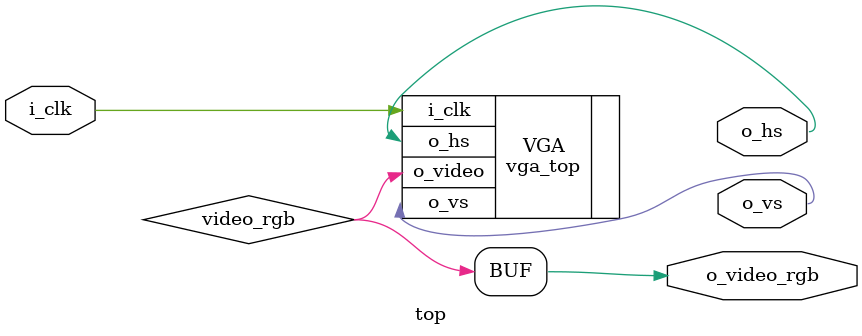
<source format=v>

`include "vga_config.vh"

module top 
(
    input wire i_clk,
	 output wire o_video_rgb,
//	 output wire o_video_r,
//	 output wire o_video_g,
//	 output wire o_video_b,
	 output wire o_vs,
	 output wire o_hs
//     ,
	 
//	 input wire i_spi_mosi,              // EXTERNAL i/o interface SPI for DM
//	 input wire i_spi_cs,
//	 input wire i_spi_sck,
//	 output wire o_spi_miso
);


//wire i_clk;

wire [7:0] cmd;           // command
wire [11:0] cursor_adr;      // adr cursor
wire [7:0] spi_to_vga;    // data to controller
wire [7:0] wr_to_vga;     // data to controller
wire [7:0] vga_to_spi;    // data from controller
wire cs_h;                // chip select
wire rl_wh;               // read - write
wire ready_h;             // controler status
wire video_rgb;

//-----------------------------------------------------------------------------
// Most SPI to VGA
//-----------------------------------------------------------------------------
/*
spi_contr SPI_TO_VGA
(
    .i_clk         ( i_clk      ),
	.o_vga_cmd     ( cmd        ),    // command 
	.o_vga_cur_adr ( cursor_adr ),    // set adr cursor
	.o_vga_port    ( spi_to_vga ),    // output port data
	.i_vga_port    ( vga_to_spi ),    // input port data
	.o_vga_cs_h    ( cs_h       ),    // chip select, for I/O port*
	.o_vga_rl_wh   ( rl_wh      ),    // if =0 then RE, if =1 then WE.
	.i_vga_ready_h ( ready_h    ),    // controler gotov
	 
	.i_spi_mosi    ( i_spi_mosi ),    // EXTERNAL i/o interface SPI
	.i_spi_cs      ( i_spi_cs   ),
	.i_spi_sck     ( i_spi_sck  ),
	.o_spi_miso    ( o_spi_miso )
);
*/

`ifdef VGA_CMD_PORT
cur_wr_char WR_CHAR 
(
    .i_clk        ( i_clk      ),
	.o_cmd        ( cmd        ),
	.o_cursor_adr ( cursor_adr ),
	.o_port       ( wr_to_vga  ),
	.o_cs_h       ( cs_h       ),
	.o_rl_wh      ( rl_wh      ),
	.i_ready_h    ( ready_h    ) 
);
`endif

`ifdef VGA_DMA_PORT
wire [7:0]  vram_data;
wire [11:0] vram_adr;
wire        vram_we;
wire [11:0] cursor_adr;
wire        cursor_on;

dma_cur_wr_char DMA_WR_CHAR
(
    .i_clk        ( i_clk      ),
    .o_vram_data  ( vram_data  ),
    .o_vram_adr   ( vram_adr   ),
    .o_vram_we    ( vram_we    ),
    .o_cursor_adr ( cursor_adr ),
    .o_cursor_on  ( cursor_on  )
);
`endif

//-----------------------------------------------------------------------------
// Video adapter TEXT 80x25 64x30 char, vga 640x480
//-----------------------------------------------------------------------------
vga_top VGA
(
    .i_clk     ( i_clk       ),

`ifdef VGA_CMD_PORT
	.i_cmd     ( cmd         ),   // CMD
	.i_cur_adr ( cursor_adr  ),   // cursor ADRES
//	.i_port    ( spi_to_vga  ),   // port data
	.i_port    ( wr_to_vga   ),   // port data
	.o_port    ( vga_to_spi  ),   // port data
	.i_cs_h    ( cs_h        ),   // chip select, for I/O port*
	.i_rl_wh   ( rl_wh       ),   // if =1 then RE, if =0 then WE.
	.o_ready_h ( ready_h     ),   // controler zanat
`endif

`ifdef VGA_DMA_PORT
    .i_vram_addr_wr ( vram_adr   ), // bus adr video ram
    .i_vram_data_wr ( vram_data  ), // bus data video ram
    .i_vram_wr_h    ( vram_we    ), // strobe write data to mem
    .i_cursor_addr  ( cursor_adr ), // set cursor position
    .i_cursor_en    ( cursor_on  ), // cursor enable/disable
`endif

// VGA output
	.o_hs      ( o_hs        ),
	.o_vs      ( o_vs        ),
	.o_video   ( video_rgb   )
	 
);

assign o_video_rgb = video_rgb;
//assign o_video_r = video_rgb;
//assign o_video_g = video_rgb;
//assign o_video_b = video_rgb;

endmodule


</source>
